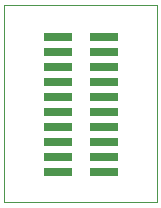
<source format=gbp>
G04 Layer_Color=128*
%FSLAX25Y25*%
%MOIN*%
G70*
G01*
G75*
%ADD14C,0.00394*%
%ADD16R,0.09500X0.03000*%
D14*
X100000Y100000D02*
X150787D01*
Y165748D01*
X100000D02*
X150787D01*
X100000Y100000D02*
Y165748D01*
D16*
X133318Y155039D02*
D03*
Y145039D02*
D03*
Y140039D02*
D03*
Y135039D02*
D03*
Y130039D02*
D03*
Y125039D02*
D03*
Y120039D02*
D03*
Y115039D02*
D03*
Y110039D02*
D03*
Y150039D02*
D03*
X117964Y110039D02*
D03*
Y120039D02*
D03*
Y125039D02*
D03*
Y130039D02*
D03*
Y135039D02*
D03*
Y140039D02*
D03*
Y145039D02*
D03*
Y150039D02*
D03*
Y155039D02*
D03*
Y115039D02*
D03*
M02*

</source>
